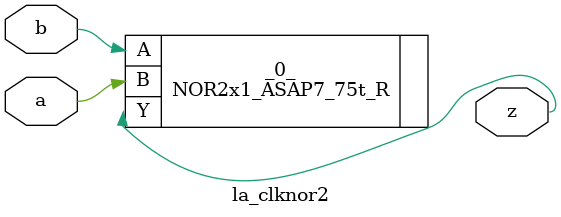
<source format=v>

/* Generated by Yosys 0.37 (git sha1 a5c7f69ed, clang 14.0.0-1ubuntu1.1 -fPIC -Os) */

module la_clknor2(a, b, z);
  input a;
  wire a;
  input b;
  wire b;
  output z;
  wire z;
  NOR2x1_ASAP7_75t_R _0_ (
    .A(b),
    .B(a),
    .Y(z)
  );
endmodule

</source>
